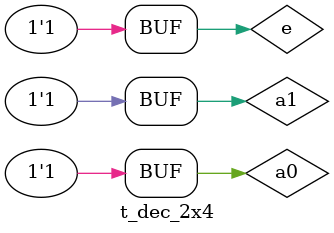
<source format=v>
module t_dec_2x4();
wire o0,o1,o2,o3;
reg a0,a1,e;

dec_2x4 m1(o0,o1,o2,o3,e,a0,a1);
initial begin
a0=0;a1=0;e=1;
#5 a0=1;a1=0;e=1;
#5 a0=0;a1=1;e=1;
#5 a0=1;a1=1;e=1;
end
endmodule
</source>
